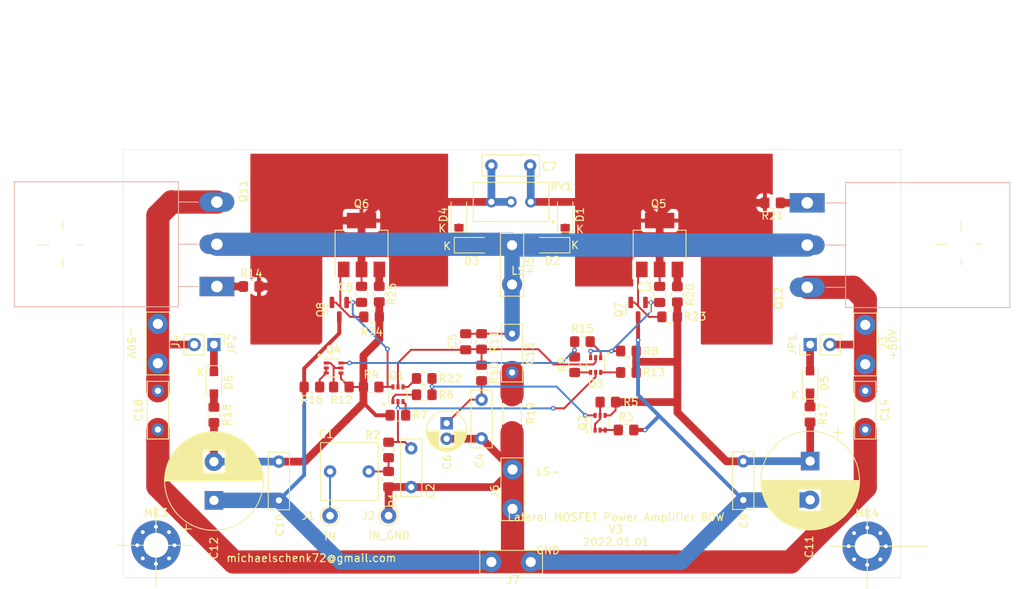
<source format=kicad_pcb>
(kicad_pcb (version 20211014) (generator pcbnew)
  (layers (0 "F.Cu" signal) (31 "B.Cu" signal) (34 "B.Paste" user) (35 "F.Paste" user) (36 "B.SilkS" user "B.Silkscreen") (37 "F.SilkS" user "F.Silkscreen") (38 "B.Mask" user) (39 "F.Mask" user) (44 "Edge.Cuts" user))
  (net 0 "")
  (net 1 "Net-(C1-Pad2)")
  (net 2 "Net-(C1-Pad1)")
  (net 3 "GND")
  (net 4 "Net-(C2-Pad1)")
  (net 5 "Net-(Q4-Pad1)")
  (net 6 "Net-(C4-Pad1)")
  (net 7 "Net-(C3-Pad2)")
  (net 8 "Net-(C13-Pad1)")
  (net 9 "Net-(C3-Pad1)")
  (net 10 "Net-(C7-Pad1)")
  (net 11 "Net-(C11-Pad1)")
  (net 12 "Net-(C10-Pad2)")
  (net 13 "Net-(C13-Pad2)")
  (net 14 "Net-(D1-Pad1)")
  (net 15 "Net-(D3-Pad1)")
  (net 16 "Net-(D5-Pad1)")
  (net 17 "Net-(D6-Pad2)")
  (net 18 "Net-(D6-Pad1)")
  (net 19 "Net-(Q11-Pad1)")
  (net 20 "Net-(C14-Pad1)")
  (net 21 "Net-(Q1-Pad1)")
  (net 22 "Net-(C5-Pad2)")
  (net 23 "Net-(Q5-Pad3)")
  (net 24 "Net-(Q2-Pad2)")
  (net 25 "Net-(Q2-Pad1)")
  (net 26 "Net-(C8-Pad2)")
  (net 27 "Net-(C18-Pad2)")
  (net 28 "Net-(Q1-Pad4)")
  (net 29 "Net-(D5-Pad2)")
  (net 30 "Net-(Q3-Pad1)")
  (net 31 "Net-(Q3-Pad4)")
  (net 32 "Net-(Q3-Pad6)")
  (net 33 "Net-(Q4-Pad2)")
  (net 34 "Net-(Q4-Pad6)")
  (net 35 "Net-(Q5-Pad1)")
  (net 36 "Net-(Q6-Pad1)")
  (net 37 "Net-(Q6-Pad3)")
  (net 38 "Net-(Q12-Pad1)")
  (net 39 "Net-(Q1-Pad3)")
  (net 40 "Net-(Q2-Pad6)")
  (footprint "Resistor_SMD:R_0805_2012Metric_Pad1.20x1.40mm_HandSolder" (layer "F.Cu") (at 180.721 63.23 90)
    (fp_text reference "R20")
    (fp_text value "39R")
  )
  (footprint "Capacitor_THT:C_Rect_L7.2mm_W7.2mm_P5.00mm_FKS2_FKP2_MKS2_MKP2" (layer "F.Cu") (at 140.89 86.106 180)
    (fp_text reference "C1")
    (fp_text value "3.3uF")
  )
  (footprint "Capacitor_THT:C_Rect_L7.2mm_W2.5mm_P5.00mm_FKS2_FKP2_MKS2_MKP2" (layer "F.Cu") (at 146.3675 83.1215 -90)
    (fp_text reference "C2")
    (fp_text value "1n")
  )
  (footprint "Capacitor_THT:CP_Radial_D5.0mm_P2.00mm" (layer "F.Cu") (at 150.9395 79.883 -90)
    (fp_text reference "C4")
    (fp_text value "47u/16V")
  )
  (footprint "Capacitor_SMD:C_0805_2012Metric_Pad1.18x1.45mm_HandSolder" (layer "F.Cu") (at 153.4 69.3625 -90)
    (fp_text reference "C5")
    (fp_text value "10p")
  )
  (footprint "Capacitor_THT:C_Rect_L7.2mm_W2.5mm_P5.00mm_FKS2_FKP2_MKS2_MKP2" (layer "F.Cu") (at 155.448 76.835 -90)
    (fp_text reference "C6")
    (fp_text value "100n")
  )
  (footprint "Capacitor_THT:C_Rect_L7.2mm_W2.5mm_P5.00mm_FKS2_FKP2_MKS2_MKP2" (layer "F.Cu") (at 189.23 84.789 -90)
    (fp_text reference "C9")
    (fp_text value "100n")
  )
  (footprint "Capacitor_THT:CP_Radial_D12.5mm_P5.00mm" (layer "F.Cu") (at 197.866 84.7725 -90)
    (fp_text reference "C11")
    (fp_text value "220u/100V")
  )
  (footprint "Capacitor_THT:C_Rect_L7.2mm_W2.5mm_P5.00mm_FKS2_FKP2_MKS2_MKP2" (layer "F.Cu") (at 159.385 68.326 -90)
    (fp_text reference "C13")
    (fp_text value "22n")
  )
  (footprint "Diode_SMD:D_SOD-123" (layer "F.Cu") (at 166.243 52.958 90)
    (fp_text reference "D1")
    (fp_text value "1N914")
  )
  (footprint "Diode_SMD:D_SOD-123" (layer "F.Cu") (at 164.592 56.896 180)
    (fp_text reference "D2")
    (fp_text value "12V/0.5W")
  )
  (footprint "Diode_SMD:D_SOD-123" (layer "F.Cu") (at 154.178 56.896)
    (fp_text reference "D3")
    (fp_text value "1N914")
  )
  (footprint "Diode_SMD:D_SOD-123" (layer "F.Cu") (at 152.527 52.958 90)
    (fp_text reference "D4")
    (fp_text value "12V/0.5W")
  )
  (footprint "Diode_SMD:D_SOD-123F" (layer "F.Cu") (at 197.85 74.55 90)
    (fp_text reference "D5")
    (fp_text value "SM4002PL-TP")
  )
  (footprint "Connector_Pin:Pin_D1.0mm_L10.0mm" (layer "F.Cu") (at 135.89 91.821)
    (fp_text reference "J1")
    (fp_text value "Conn_01x01")
  )
  (footprint "Connector_Pin:Pin_D1.0mm_L10.0mm" (layer "F.Cu") (at 143.4465 91.821)
    (fp_text reference "J2")
    (fp_text value "Conn_01x01")
  )
  (footprint "kicad-snk:TE-726386-2_Pitch5.08mm_Drill1.3mm" (layer "F.Cu") (at 204.978 72.263 90)
    (fp_text reference "J3")
    (fp_text value "+50V")
  )
  (footprint "kicad-snk:TE-726386-2_Pitch5.08mm_Drill1.3mm" (layer "F.Cu") (at 159.385 61.976 90)
    (fp_text reference "J5")
    (fp_text value "LS+")
  )
  (footprint "kicad-snk:TE-726386-2_Pitch5.08mm_Drill1.3mm" (layer "F.Cu") (at 159.4485 85.852 -90)
    (fp_text reference "J6")
    (fp_text value "LS-")
  )
  (footprint "kicad-snk:TE-726386-2_Pitch5.08mm_Drill1.3mm" (layer "F.Cu") (at 156.718 97.79)
    (fp_text reference "J7")
    (fp_text value "GND")
  )
  (footprint "MountingHole:MountingHole_3.2mm_M3_Pad_Via" (layer "F.Cu") (at 113.411 95.631)
    (fp_text reference "MK3")
    (fp_text value "Mounting_Hole_PAD")
  )
  (footprint "MountingHole:MountingHole_3.2mm_M3_Pad_Via" (layer "F.Cu") (at 205.232 95.758)
    (fp_text reference "MK4")
    (fp_text value "Mounting_Hole_PAD")
  )
  (footprint "Resistor_SMD:R_0805_2012Metric_Pad1.20x1.40mm_HandSolder" (layer "F.Cu") (at 143.4465 87.106 -90)
    (fp_text reference "R1")
    (fp_text value "33k")
  )
  (footprint "Resistor_SMD:R_0805_2012Metric_Pad1.20x1.40mm_HandSolder" (layer "F.Cu") (at 143.4465 83.328 -90)
    (fp_text reference "R2")
    (fp_text value "1k")
  )
  (footprint "Resistor_SMD:R_0805_2012Metric_Pad1.20x1.40mm_HandSolder" (layer "F.Cu") (at 174.1 80.75)
    (fp_text reference "R3")
    (fp_text value "22k")
  )
  (footprint "Resistor_SMD:R_0805_2012Metric_Pad1.20x1.40mm_HandSolder" (layer "F.Cu") (at 171.75 77.15 180)
    (fp_text reference "R5")
    (fp_text value "220R")
  )
  (footprint "Resistor_SMD:R_0805_2012Metric_Pad1.20x1.40mm_HandSolder" (layer "F.Cu") (at 148.05 76.2 180)
    (fp_text reference "R6")
    (fp_text value "100R")
  )
  (footprint "Resistor_SMD:R_0805_2012Metric_Pad1.20x1.40mm_HandSolder" (layer "F.Cu") (at 155.448 73.39 -90)
    (fp_text reference "R10")
    (fp_text value "1k")
  )
  (footprint "Resistor_SMD:R_0805_2012Metric_Pad1.20x1.40mm_HandSolder" (layer "F.Cu") (at 155.448 69.326 -90)
    (fp_text reference "R11")
    (fp_text value "33k")
  )
  (footprint "Resistor_SMD:R_0805_2012Metric_Pad1.20x1.40mm_HandSolder" (layer "F.Cu") (at 125.714 62.23)
    (fp_text reference "R14")
    (fp_text value "220R")
  )
  (footprint "Resistor_SMD:R_0805_2012Metric_Pad1.20x1.40mm_HandSolder" (layer "F.Cu") (at 197.85 78.75 90)
    (fp_text reference "R17")
    (fp_text value "100R")
  )
  (footprint "Resistor_SMD:R_MELF_MMB-0207" (layer "F.Cu") (at 159.385 78.65 -90)
    (fp_text reference "R19")
    (fp_text value "6.8R/1W")
  )
  (footprint "Resistor_SMD:R_0805_2012Metric_Pad1.20x1.40mm_HandSolder" (layer "F.Cu") (at 193.024 51.435 180)
    (fp_text reference "R21")
    (fp_text value "220R")
  )
  (footprint "Capacitor_THT:C_Rect_L7.2mm_W2.5mm_P5.00mm_FKS2_FKP2_MKS2_MKP2" (layer "F.Cu") (at 204.978 75.692 -90)
    (fp_text reference "C14")
    (fp_text value "100n")
  )
  (footprint "Resistor_SMD:R_0805_2012Metric_Pad1.20x1.40mm_HandSolder" (layer "F.Cu") (at 120.9 78.8 -90)
    (fp_text reference "R18")
    (fp_text value "100R")
  )
  (footprint "Capacitor_THT:C_Rect_L7.2mm_W2.5mm_P5.00mm_FKS2_FKP2_MKS2_MKP2" (layer "F.Cu") (at 129.286 89.836 90)
    (fp_text reference "C10")
    (fp_text value "100n")
  )
  (footprint "Capacitor_THT:CP_Radial_D12.5mm_P5.00mm" (layer "F.Cu") (at 120.904 89.836 90)
    (fp_text reference "C12")
    (fp_text value "220u/100V")
  )
  (footprint "Resistor_SMD:R_0805_2012Metric_Pad1.20x1.40mm_HandSolder" (layer "F.Cu") (at 144.65 78.85 180)
    (fp_text reference "R7")
    (fp_text value "1k2")
  )
  (footprint "Resistor_SMD:R_0805_2012Metric_Pad1.20x1.40mm_HandSolder" (layer "F.Cu") (at 141.2 75.2 180)
    (fp_text reference "R4")
    (fp_text value "1k2")
  )
  (footprint "Package_TO_SOT_SMD:SOT-223-3_TabPin2" (layer "F.Cu") (at 178.435 56.871 90)
    (fp_text reference "Q5")
    (fp_text value "DZT5401")
  )
  (footprint "Package_TO_SOT_SMD:SOT-223-3_TabPin2" (layer "F.Cu") (at 139.954 56.871 90)
    (fp_text reference "Q6")
    (fp_text value "DZT5551")
  )
  (footprint "Package_TO_SOT_SMD:SOT-363_SC-70-6" (layer "F.Cu") (at 144.6555 76.134 90)
    (fp_text reference "Q1")
    (fp_text value "BCM856BS,115")
  )
  (footprint "Package_TO_SOT_SMD:SOT-363_SC-70-6" (layer "F.Cu") (at 170.7515 79.8195 90)
    (fp_text reference "Q2")
    (fp_text value "BCM856BS,115")
  )
  (footprint "kicad-snk:TE-726386-2_Pitch5.08mm_Drill1.3mm" (layer "F.Cu") (at 113.665 72.136 90)
    (fp_text reference "J4")
    (fp_text value "-50V")
  )
  (footprint "Capacitor_THT:C_Rect_L7.2mm_W2.5mm_P5.00mm_FKS2_FKP2_MKS2_MKP2" (layer "F.Cu") (at 113.665 80.692 90)
    (fp_text reference "C18")
    (fp_text value "100n")
  )
  (footprint "Diode_SMD:D_SOD-123F" (layer "F.Cu") (at 120.9 74.65 -90)
    (fp_text reference "D6")
    (fp_text value "SM4002PL-TP")
  )
  (footprint "Capacitor_THT:C_Rect_L7.2mm_W2.5mm_P5.00mm_FKS2_FKP2_MKS2_MKP2" (layer "F.Cu") (at 156.718 46.609)
    (fp_text reference "C7")
    (fp_text value "100n")
  )
  (footprint "Potentiometer_THT:Potentiometer_Bourns_3296W_Vertical" (layer "F.Cu") (at 161.798 51.308)
    (fp_text reference "RV1")
    (fp_text value "500R")
  )
  (footprint "Resistor_SMD:R_0805_2012Metric_Pad1.20x1.40mm_HandSolder" (layer "F.Cu") (at 137.35 75.2 180)
    (fp_text reference "R12")
    (fp_text value "220R")
  )
  (footprint "Resistor_SMD:R_0805_2012Metric_Pad1.20x1.40mm_HandSolder" (layer "F.Cu") (at 167.4622 72.3298 -90)
    (fp_text reference "R9")
    (fp_text value "100R")
  )
  (footprint "Package_TO_SOT_SMD:SOT-363_SC-70-6" (layer "F.Cu") (at 170.1742 72.3646 -90)
    (fp_text reference "Q3")
    (fp_text value "BCM846BS,115")
  )
  (footprint "Resistor_SMD:R_0805_2012Metric_Pad1.20x1.40mm_HandSolder" (layer "F.Cu") (at 148.05 74.1 180)
    (fp_text reference "R22")
    (fp_text value "100R")
  )
  (footprint "Connector_PinHeader_2.54mm:PinHeader_1x02_P2.54mm_Vertical" (layer "F.Cu") (at 120.904 69.723 -90)
    (fp_text reference "JP2")
    (fp_text value "Jump")
  )
  (footprint "Resistor_SMD:R_0805_2012Metric_Pad1.20x1.40mm_HandSolder" (layer "F.Cu") (at 168.4688 69.342)
    (fp_text reference "R15")
    (fp_text value "100R")
  )
  (footprint "Resistor_SMD:R_0805_2012Metric_Pad1.20x1.40mm_HandSolder" (layer "F.Cu") (at 141.25 66.15)
    (fp_text reference "R24")
    (fp_text value "1k")
  )
  (footprint "Package_TO_SOT_SMD:SOT-23" (layer "F.Cu") (at 175.6562 65.2249 -90)
    (fp_text reference "Q7")
    (fp_text value "BC856B")
  )
  (footprint "Resistor_SMD:R_0805_2012Metric_Pad1.20x1.40mm_HandSolder" (layer "F.Cu") (at 142.24 63.2046 -90)
    (fp_text reference "R25")
    (fp_text value "39R")
  )
  (footprint "Connector_PinHeader_2.54mm:PinHeader_1x02_P2.54mm_Vertical" (layer "F.Cu") (at 197.866 69.723 90)
    (fp_text reference "JP1")
    (fp_text value "Jump")
  )
  (footprint "Capacitor_SMD:C_0805_2012Metric_Pad1.18x1.45mm_HandSolder" (layer "F.Cu") (at 139.954 63.2421 -90)
    (fp_text reference "C8")
    (fp_text value "18p")
  )
  (footprint "Package_TO_SOT_SMD:SOT-363_SC-70-6" (layer "F.Cu") (at 136.35 72.75)
    (fp_text reference "Q4")
    (fp_text value "BCM846BS,115")
  )
  (footprint "Package_TO_SOT_SMD:SOT-23" (layer "F.Cu") (at 137.0838 65.2272 -90)
    (fp_text reference "Q8")
    (fp_text value "BC846B")
  )
  (footprint "Resistor_SMD:R_0805_2012Metric_Pad1.20x1.40mm_HandSolder" (layer "F.Cu") (at 174.4058 73.3298)
    (fp_text reference "R13")
    (fp_text value "1k2")
  )
  (footprint "Resistor_SMD:R_0805_2012Metric_Pad1.20x1.40mm_HandSolder" (layer "F.Cu") (at 174.4058 70.5612)
    (fp_text reference "R8")
    (fp_text value "1k2")
  )
  (footprint "Resistor_SMD:R_0805_2012Metric_Pad1.20x1.40mm_HandSolder" (layer "F.Cu") (at 133.55 75.2 180)
    (fp_text reference "R16")
    (fp_text value "22k")
  )
  (footprint "Capacitor_SMD:C_0805_2012Metric_Pad1.18x1.45mm_HandSolder" (layer "F.Cu") (at 178.435 63.2499 -90)
    (fp_text reference "C3")
    (fp_text value "18p")
  )
  (footprint "Resistor_SMD:R_0805_2012Metric_Pad1.20x1.40mm_HandSolder" (layer "F.Cu") (at 179.725 66.15 180)
    (fp_text reference "R23")
    (fp_text value "1k")
  )
  (footprint "Package_TO_SOT_THT:TO-247-3_Horizontal_TabUp" (layer "B.Cu") (at 121.285 62.23 90)
    (fp_text reference "Q11")
    (fp_text value "ECX10P20")
  )
  (footprint "Package_TO_SOT_THT:TO-247-3_Horizontal_TabUp" (layer "B.Cu") (at 197.485 51.435 -90)
    (fp_text reference "Q12")
    (fp_text value "ECX10N20")
  )
  (gr_line (start 98.1075 56.896) (end 104.0765 56.896) (layer "F.SilkS") (width 0.12))
  (gr_line (start 101.4095 53.9115) (end 101.4095 59.6265) (layer "F.SilkS") (width 0.12))
  (gr_line (start 213.106 95.758) (end 200.533 95.758) (layer "F.SilkS") (width 0.12))
  (gr_line (start 117.983 95.631) (end 108.331 95.631) (layer "F.SilkS") (width 0.12))
  (gr_line (start 205.232 101.219) (end 205.232 90.551) (layer "F.SilkS") (width 0.12))
  (gr_line (start 217.3605 53.7845) (end 217.3605 59.4995) (layer "F.SilkS") (width 0.12))
  (gr_line (start 214.0585 56.769) (end 220.0275 56.769) (layer "F.SilkS") (width 0.12))
  (gr_line (start 113.411 90.551) (end 113.411 100.838) (layer "F.SilkS") (width 0.12))
  (gr_line (start 113.411 100.838) (end 113.538 100.711) (layer "F.SilkS") (width 0.12))
  (gr_line (start 109.22 99.822) (end 209.55 99.822) (layer "Edge.Cuts") (width 0.05))
  (gr_line (start 109.22 44.577) (end 109.22 99.822) (layer "Edge.Cuts") (width 0.05))
  (gr_line (start 209.55 44.577) (end 209.55 99.822) (layer "Edge.Cuts") (width 0.05))
  (gr_line (start 109.22 44.577) (end 209.55 44.577) (layer "Edge.Cuts") (width 0.05))
  (gr_text "GND" (at 164.0205 96.266) (layer "F.SilkS") (effects (font (size 1 1))))
  (gr_text "-50V" (at 110.236 69.469 -90) (layer "F.SilkS") (effects (font (size 1 1))))
  (gr_text "°" (at 164.7 54.3) (layer "F.SilkS") (effects (font (size 1 1))))
  (gr_text "°" (at 169.037 81.407) (layer "F.SilkS") (effects (font (size 1 1))))
  (gr_text "°" (at 142.9 77.85) (layer "F.SilkS") (effects (font (size 1 1))))
  (gr_text "IN" (at 135.89 94.488) (layer "F.SilkS") (effects (font (size 1 1))))
  (gr_text "LS+" (at 160.782 60.198) (layer "F.SilkS") (effects (font (size 1 1))))
  (gr_text "K" (at 119.2 73.3) (layer "F.SilkS") (effects (font (size 1 1))))
  (gr_text "+50V" (at 208.534 69.723 90) (layer "F.SilkS") (effects (font (size 1 1))))
  (gr_text "IN_GND" (at 143.51 94.361) (layer "F.SilkS") (effects (font (size 1 1))))
  (gr_text "°" (at 171.8 71.3) (layer "F.SilkS") (effects (font (size 1 1))))
  (gr_text "K" (at 167.513 56.896) (layer "F.SilkS") (effects (font (size 1 1))))
  (gr_text "°" (at 134.5 71.5) (layer "F.SilkS") (effects (font (size 1 1))))
  (gr_text "michaelschenk72@gmail.com" (at 133.477 97.282) (layer "F.SilkS") (effects (font (size 1 1))))
  (gr_text "K" (at 195.9 76.25) (layer "F.SilkS") (effects (font (size 1 1))))
  (gr_text "K" (at 151.003 57.023) (layer "F.SilkS") (effects (font (size 1 1))))
  (gr_text "Lateral MOSFET Power Amplifier 80W\nV3\n2022.01.01" (at 172.8 93.6) (layer "F.SilkS") (effects (font (size 1 1))))
  (gr_text "K" (at 168.148 54.864) (layer "F.SilkS") (effects (font (size 1 1))))
  (gr_text "K" (at 150.368 54.737) (layer "F.SilkS") (effects (font (size 1 1))))
  (gr_text "LS-" (at 164.0205 86.106) (layer "F.SilkS") (effects (font (size 1 1))))
  (segment (start 135.89 91.821) (end 135.89 86.106) (width 0.25) (layer "B.Cu") (net 1))
  (segment (start 140.89 86.106) (end 143.4465 86.106) (width 0.25) (layer "F.Cu") (net 2))
  (segment (start 143.4465 86.106) (end 143.4465 84.328) (width 0.25) (layer "F.Cu") (net 2))
  (segment (start 137.0838 68.2662) (end 137.0838 66.1647) (width 0.5) (layer "F.Cu") (net 3))
  (segment (start 159.4485 85.852) (end 159.4485 85.8355) (width 1) (layer "F.Cu") (net 3))
  (segment (start 150.9395 81.883) (end 155.4 81.883) (width 1) (layer "F.Cu") (net 3))
  (segment (start 146.352 88.106) (end 146.3675 88.1215) (width 1) (layer "F.Cu") (net 3))
  (segment (start 204.978 88.138) (end 204.978 80.692) (width 3) (layer "F.Cu") (net 3))
  (segment (start 195.326 97.79) (end 204.978 88.138) (width 3) (layer "F.Cu") (net 3))
  (segment (start 159.4485 90.932) (end 159.4485 85.852) (width 3) (layer "F.Cu") (net 3))
  (segment (start 159.893 97.79) (end 161.798 97.79) (width 3) (layer "F.Cu") (net 3))
  (segment (start 176.55 80.75) (end 175.1 80.75) (width 0.5) (layer "F.Cu") (net 3))
  (segment (start 143.4465 88.106) (end 146.352 88.106) (width 1) (layer "F.Cu") (net 3))
  (segment (start 161.798 97.79) (end 195.326 97.79) (width 3) (layer "F.Cu") (net 3))
  (segment (start 159.4485 85.8355) (end 155.448 81.835) (width 1) (layer "F.Cu") (net 3))
  (segment (start 123.444 97.79) (end 113.665 88.011) (width 3) (layer "F.Cu") (net 3))
  (segment (start 156.718 97.79) (end 159.893 97.79) (width 3) (layer "F.Cu") (net 3))
  (segment (start 156.718 97.79) (end 123.444 97.79) (width 3) (layer "F.Cu") (net 3))
  (segment (start 132.55 76.9) (end 132.55 75.2) (width 0.5) (layer "F.Cu") (net 3))
  (segment (start 157.179 88.1215) (end 159.4485 85.852) (width 1) (layer "F.Cu") (net 3))
  (segment (start 132.55 72.8) (end 137.0838 68.2662) (width 0.5) (layer "F.Cu") (net 3))
  (segment (start 175.65 66.1686) (end 175.6562 66.1624) (width 0.5) (layer "F.Cu") (net 3))
  (segment (start 132.55 75.2) (end 132.55 72.8) (width 0.5) (layer "F.Cu") (net 3))
  (segment (start 159.385 81.1) (end 159.385 85.7885) (width 3) (layer "F.Cu") (net 3))
  (segment (start 113.665 88.011) (end 113.665 80.692) (width 3) (layer "F.Cu") (net 3))
  (segment (start 155.4 81.883) (end 155.448 81.835) (width 1) (layer "F.Cu") (net 3))
  (segment (start 175.65 69.15) (end 175.65 66.1686) (width 0.5) (layer "F.Cu") (net 3))
  (segment (start 143.4465 91.821) (end 143.4465 88.106) (width 1) (layer "F.Cu") (net 3))
  (segment (start 159.4485 90.932) (end 159.4485 97.3455) (width 3) (layer "F.Cu") (net 3))
  (segment (start 159.4485 97.3455) (end 159.893 97.79) (width 3) (layer "F.Cu") (net 3))
  (segment (start 146.3675 88.1215) (end 157.179 88.1215) (width 1) (layer "F.Cu") (net 3))
  (segment (start 159.385 85.7885) (end 159.4485 85.852) (width 3) (layer "F.Cu") (net 3))
  (via (at 175.65 69.15) (size 0.6) (drill 0.3) (layers "F.Cu" "B.Cu") (net 3))
  (via (at 132.55 76.9) (size 0.6) (drill 0.3) (layers "F.Cu" "B.Cu") (net 3))
  (via (at 176.55 80.75) (size 0.6) (drill 0.3) (layers "F.Cu" "B.Cu") (net 3))
  (segment (start 132.55 86.572) (end 132.55 76.9) (width 0.5) (layer "B.Cu") (net 3))
  (segment (start 175.65 76.209) (end 175.65 69.15) (width 0.5) (layer "B.Cu") (net 3))
  (segment (start 178.4455 79.0045) (end 178.2955 79.0045) (width 0.5) (layer "B.Cu") (net 3))
  (segment (start 178.2955 79.0045) (end 176.55 80.75) (width 0.5) (layer "B.Cu") (net 3))
  (segment (start 197.8495 89.789) (end 197.866 89.7725) (width 2) (layer "B.Cu") (net 3))
  (segment (start 175.65 76.209) (end 178.4455 79.0045) (width 0.5) (layer "B.Cu") (net 3))
  (segment (start 181.229 97.79) (end 189.23 89.789) (width 2) (layer "B.Cu") (net 3))
  (segment (start 129.286 89.836) (end 132.55 86.572) (width 0.5) (layer "B.Cu") (net 3))
  (segment (start 137.24 97.79) (end 129.286 89.836) (width 2) (layer "B.Cu") (net 3))
  (segment (start 189.23 89.789) (end 197.8495 89.789) (width 2) (layer "B.Cu") (net 3))
  (segment (start 156.718 97.79) (end 137.24 97.79) (width 2) (layer "B.Cu") (net 3))
  (segment (start 129.286 89.836) (end 120.904 89.836) (width 2) (layer "B.Cu") (net 3))
  (segment (start 161.798 97.79) (end 181.229 97.79) (width 2) (layer "B.Cu") (net 3))
  (segment (start 178.4455 79.0045) (end 189.23 89.789) (width 0.5) (layer "B.Cu") (net 3))
  (segment (start 170.1742 73.3146) (end 170.1742 73.8896) (width 0.25) (layer "F.Cu") (net 4))
  (segment (start 146.3675 83.1215) (end 145.546 82.3) (width 0.25) (layer "F.Cu") (net 4))
  (segment (start 143.4745 82.3) (end 143.4465 82.328) (width 0.25) (layer "F.Cu") (net 4))
  (segment (start 144.6555 82.2945) (end 144.65 82.3) (width 0.25) (layer "F.Cu") (net 4))
  (segment (start 144.65 82.3) (end 143.4745 82.3) (width 0.25) (layer "F.Cu") (net 4))
  (segment (start 144.6555 77.084) (end 144.6555 77.9445) (width 0.25) (layer "F.Cu") (net 4))
  (segment (start 166.1138 77.95) (end 164.7 77.95) (width 0.25) (layer "F.Cu") (net 4))
  (segment (start 144.6555 77.9445) (end 144.6555 82.2945) (width 0.25) (layer "F.Cu") (net 4))
  (segment (start 145.546 82.3) (end 144.65 82.3) (width 0.25) (layer "F.Cu") (net 4))
  (segment (start 170.1742 73.8896) (end 166.1138 77.95) (width 0.25) (layer "F.Cu") (net 4))
  (via (at 144.6555 77.9445) (size 0.6) (drill 0.3) (layers "F.Cu" "B.Cu") (net 4))
  (via (at 164.7 77.95) (size 0.6) (drill 0.3) (layers "F.Cu" "B.Cu") (net 4))
  (segment (start 144.6555 77.9445) (end 144.670511 77.959511) (width 0.25) (layer "B.Cu") (net 4))
  (segment (start 144.670511 77.959511) (end 164.690489 77.959511) (width 0.25) (layer "B.Cu") (net 4))
  (segment (start 164.690489 77.959511) (end 164.7 77.95) (width 0.25) (layer "B.Cu") (net 4))
  (segment (start 136.362011 72.537989) (end 135.924022 72.1) (width 0.25) (layer "F.Cu") (net 5))
  (segment (start 136.35 72.55) (end 136.362011 72.537989) (width 0.25) (layer "F.Cu") (net 5))
  (segment (start 135.924022 72.1) (end 135.4 72.1) (width 0.25) (layer "F.Cu") (net 5))
  (segment (start 136.35 75.2) (end 136.35 72.55) (width 0.25) (layer "F.Cu") (net 5))
  (segment (start 137.3 72.75) (end 136.574022 72.75) (width 0.25) (layer "F.Cu") (net 5))
  (segment (start 136.574022 72.75) (end 136.362011 72.537989) (width 0.25) (layer "F.Cu") (net 5))
  (segment (start 155.448 76.835) (end 153.9875 76.835) (width 0.25) (layer "F.Cu") (net 6))
  (segment (start 153.9875 76.835) (end 150.9395 79.883) (width 0.25) (layer "F.Cu") (net 6))
  (segment (start 155.448 76.835) (end 155.448 74.39) (width 0.25) (layer "F.Cu") (net 6))
  (segment (start 172.212 70.5612) (end 173.4058 70.5612) (width 0.25) (layer "F.Cu") (net 7))
  (segment (start 169.5242 70.5658) (end 169.5196 70.5612) (width 0.25) (layer "F.Cu") (net 7))
  (segment (start 169.5242 71.4146) (end 169.5242 70.5658) (width 0.25) (layer "F.Cu") (net 7))
  (segment (start 177.3126 64.2874) (end 176.6062 64.2874) (width 0.25) (layer "F.Cu") (net 7))
  (segment (start 178.435 64.2874) (end 177.3126 64.2874) (width 0.25) (layer "F.Cu") (net 7))
  (via (at 177.3126 64.2874) (size 0.6) (drill 0.3) (layers "F.Cu" "B.Cu") (net 7))
  (via (at 169.5196 70.5612) (size 0.6) (drill 0.3) (layers "F.Cu" "B.Cu") (net 7))
  (via (at 172.212 70.5612) (size 0.6) (drill 0.3) (layers "F.Cu" "B.Cu") (net 7))
  (segment (start 169.5196 70.5612) (end 172.212 70.5612) (width 0.25) (layer "B.Cu") (net 7))
  (segment (start 172.212 70.5612) (end 177.3126 65.4606) (width 0.25) (layer "B.Cu") (net 7))
  (segment (start 177.3126 65.4606) (end 177.3126 64.2874) (width 0.25) (layer "B.Cu") (net 7))
  (segment (start 155.448 68.326) (end 153.401 68.326) (width 0.25) (layer "F.Cu") (net 8))
  (segment (start 162.942 56.896) (end 159.385 56.896) (width 1) (layer "F.Cu") (net 8))
  (segment (start 159.385 68.326) (end 155.448 68.326) (width 0.25) (layer "F.Cu") (net 8))
  (segment (start 155.828 56.896) (end 159.385 56.896) (width 1) (layer "F.Cu") (net 8))
  (segment (start 153.401 68.326) (end 153.4 68.325) (width 0.25) (layer "F.Cu") (net 8))
  (segment (start 159.396 56.885) (end 197.485 56.885) (width 3) (layer "B.Cu") (net 8))
  (segment (start 159.385 56.896) (end 159.396 56.885) (width 3) (layer "B.Cu") (net 8))
  (segment (start 159.385 56.896) (end 159.385 68.326) (width 2) (layer "B.Cu") (net 8))
  (segment (start 159.385 56.896) (end 159.269 56.78) (width 3) (layer "B.Cu") (net 8))
  (segment (start 159.269 56.78) (end 121.285 56.78) (width 3) (layer "B.Cu") (net 8))
  (segment (start 178.435 60.021) (end 178.435 53.721) (width 1) (layer "F.Cu") (net 9))
  (segment (start 178.435 52.959) (end 178.435 53.721) (width 1) (layer "F.Cu") (net 9))
  (segment (start 179.959 51.435) (end 178.435 52.959) (width 1) (layer "F.Cu") (net 9))
  (segment (start 166.243 51.308) (end 176.022 51.308) (width 1) (layer "F.Cu") (net 9))
  (segment (start 192.024 51.435) (end 179.959 51.435) (width 1) (layer "F.Cu") (net 9))
  (segment (start 178.435 62.2124) (end 178.435 60.021) (width 0.25) (layer "F.Cu") (net 9))
  (segment (start 166.243 51.308) (end 161.798 51.308) (width 1) (layer "F.Cu") (net 9))
  (segment (start 176.022 51.308) (end 178.435 53.721) (width 1) (layer "F.Cu") (net 9))
  (segment (start 161.798 51.308) (end 161.798 46.689) (width 1) (layer "B.Cu") (net 9))
  (segment (start 128.27 62.23) (end 126.714 62.23) (width 1) (layer "F.Cu") (net 10))
  (segment (start 139.954 60.021) (end 139.954 53.721) (width 1) (layer "F.Cu") (net 10))
  (segment (start 156.718 51.308) (end 152.527 51.308) (width 1) (layer "F.Cu") (net 10))
  (segment (start 136.779 53.721) (end 128.27 62.23) (width 1) (layer "F.Cu") (net 10))
  (segment (start 139.954 62.2046) (end 139.954 60.021) (width 0.25) (layer "F.Cu") (net 10))
  (segment (start 152.527 51.308) (end 142.367 51.308) (width 1) (layer "F.Cu") (net 10))
  (segment (start 142.367 51.308) (end 139.954 53.721) (width 1) (layer "F.Cu") (net 10))
  (segment (start 139.954 53.721) (end 136.779 53.721) (width 1) (layer "F.Cu") (net 10))
  (segment (start 159.258 51.308) (end 156.718 51.308) (width 1) (layer "B.Cu") (net 10))
  (segment (start 156.718 51.308) (end 156.718 46.609) (width 1) (layer "B.Cu") (net 10))
  (segment (start 180.5 77.15) (end 180.725 76.925) (width 1) (layer "F.Cu") (net 11))
  (segment (start 187.039 84.789) (end 189.23 84.789) (width 1) (layer "F.Cu") (net 11))
  (segment (start 175.4058 71.9442) (end 175.4058 70.5612) (width 1) (layer "F.Cu") (net 11))
  (segment (start 180.725 72.275) (end 180.725 76.925) (width 1) (layer "F.Cu") (net 11))
  (segment (start 172.0805 78.8695) (end 171.4015 78.8695) (width 0.25) (layer "F.Cu") (net 11))
  (segment (start 180.725 64.234) (end 180.721 64.23) (width 1) (layer "F.Cu") (net 11))
  (segment (start 172.75 78.2) (end 172.0805 78.8695) (width 0.25) (layer "F.Cu") (net 11))
  (segment (start 180.725 66.15) (end 180.725 64.234) (width 1) (layer "F.Cu") (net 11))
  (segment (start 180.725 70.425) (end 180.725 72.275) (width 1) (layer "F.Cu") (net 11))
  (segment (start 197.866 84.7725) (end 197.866 79.766) (width 1) (layer "F.Cu") (net 11))
  (segment (start 180.3942 71.9442) (end 180.725 72.275) (width 1) (layer "F.Cu") (net 11))
  (segment (start 180.725 76.925) (end 180.725 78.475) (width 1) (layer "F.Cu") (net 11))
  (segment (start 172.75 77.15) (end 172.75 78.2) (width 0.25) (layer "F.Cu") (net 11))
  (segment (start 180.725 78.475) (end 187.039 84.789) (width 1) (layer "F.Cu") (net 11))
  (segment (start 175.4058 71.9442) (end 180.3942 71.9442) (width 1) (layer "F.Cu") (net 11))
  (segment (start 172.75 77.15) (end 180.5 77.15) (width 1) (layer "F.Cu") (net 11))
  (segment (start 175.4058 73.3298) (end 175.4058 71.9442) (width 1) (layer "F.Cu") (net 11))
  (segment (start 180.725 66.15) (end 180.725 70.425) (width 1) (layer "F.Cu") (net 11))
  (segment (start 189.2465 84.7725) (end 189.23 84.789) (width 1) (layer "B.Cu") (net 11))
  (segment (start 197.866 84.7725) (end 189.2465 84.7725) (width 1) (layer "B.Cu") (net 11))
  (segment (start 137.3 74.15) (end 138.35 75.2) (width 0.25) (layer "F.Cu") (net 12))
  (segment (start 137.3 73.4) (end 137.3 74.15) (width 0.25) (layer "F.Cu") (net 12))
  (segment (start 140.2 75.2) (end 138.35 75.2) (width 0.25) (layer "F.Cu") (net 12))
  (segment (start 132.614 84.836) (end 138.025 79.425) (width 1) (layer "F.Cu") (net 12))
  (segment (start 142.25 69.1) (end 142.25 66.15) (width 1) (layer "F.Cu") (net 12))
  (segment (start 142.25 64.2146) (end 142.24 64.2046) (width 1) (layer "F.Cu") (net 12))
  (segment (start 120.904 84.836) (end 120.904 79.804) (width 1) (layer "F.Cu") (net 12))
  (segment (start 120.904 79.854) (end 120.85 79.8) (width 1) (layer "F.Cu") (net 12))
  (segment (start 141.8 78.85) (end 140.2 77.25) (width 0.5) (layer "F.Cu") (net 12))
  (segment (start 120.904 79.804) (end 120.9 79.8) (width 1) (layer "F.Cu") (net 12))
  (segment (start 140.2 75.2) (end 140.2 71.15) (width 1) (layer "F.Cu") (net 12))
  (segment (start 142.25 66.15) (end 142.25 64.2146) (width 1) (layer "F.Cu") (net 12))
  (segment (start 140.2 77.25) (end 140.2 75.2) (width 1) (layer "F.Cu") (net 12))
  (segment (start 143.65 78.85) (end 141.8 78.85) (width 0.5) (layer "F.Cu") (net 12))
  (segment (start 138.025 79.425) (end 140.2 77.25) (width 1) (layer "F.Cu") (net 12))
  (segment (start 129.286 84.836) (end 132.614 84.836) (width 1) (layer "F.Cu") (net 12))
  (segment (start 140.2 71.15) (end 142.25 69.1) (width 1) (layer "F.Cu") (net 12))
  (segment (start 129.286 84.836) (end 120.904 84.836) (width 1) (layer "B.Cu") (net 12))
  (segment (start 159.385 73.326) (end 159.385 76.2) (width 3) (layer "F.Cu") (net 13))
  (segment (start 166.243 56.895) (end 166.242 56.896) (width 1) (layer "F.Cu") (net 14))
  (segment (start 166.243 54.608) (end 166.243 56.895) (width 1) (layer "F.Cu") (net 14))
  (segment (start 152.528 56.896) (end 152.528 54.609) (width 1) (layer "F.Cu") (net 15))
  (segment (start 152.528 54.609) (end 152.527 54.608) (width 1) (layer "F.Cu") (net 15))
  (segment (start 197.85 77.75) (end 197.85 75.95) (width 1) (layer "F.Cu") (net 16))
  (segment (start 120.9 77.8) (end 120.9 76.05) (width 1) (layer "F.Cu") (net 17))
  (segment (start 120.9 73.25) (end 120.9 69.727) (width 1) (layer "F.Cu") (net 18))
  (segment (start 120.9 69.727) (end 120.904 69.723) (width 1) (layer "F.Cu") (net 18))
  (segment (start 121.285 62.23) (end 124.714 62.23) (width 1) (layer "F.Cu") (net 19))
  (segment (start 204.978 67.183) (end 204.978 63.881) (width 3) (layer "F.Cu") (net 20))
  (segment (start 200.406 69.723) (end 204.978 69.723) (width 1) (layer "F.Cu") (net 20))
  (segment (start 203.432 62.335) (end 197.485 62.335) (width 3) (layer "F.Cu") (net 20))
  (segment (start 204.978 75.692) (end 204.978 72.263) (width 3) (layer "F.Cu") (net 20))
  (segment (start 204.978 72.263) (end 204.978 69.723) (width 3) (layer "F.Cu") (net 20))
  (segment (start 204.978 63.881) (end 203.432 62.335) (width 3) (layer "F.Cu") (net 20))
  (segment (start 204.978 69.723) (end 204.978 67.183) (width 3) (layer "F.Cu") (net 20))
  (segment (start 144.365478 76.2) (end 144.0055 76.559978) (width 0.25) (layer "F.Cu") (net 21))
  (segment (start 147.05 76.2) (end 144.365478 76.2) (width 0.25) (layer "F.Cu") (net 21))
  (segment (start 144.0055 76.559978) (end 144.0055 77.084) (width 0.25) (layer "F.Cu") (net 21))
  (segment (start 162.782 70.326) (end 155.448 70.326) (width 0.25) (layer "F.Cu") (net 22))
  (segment (start 153.474 70.326) (end 153.4 70.4) (width 0.25) (layer "F.Cu") (net 22))
  (segment (start 155.448 72.39) (end 155.448 70.326) (width 0.25) (layer "F.Cu") (net 22))
  (segment (start 170.1742 71.9896) (end 169.8754 72.2884) (width 0.25) (layer "F.Cu") (net 22))
  (segment (start 169.8754 72.2884) (end 164.7444 72.2884) (width 0.25) (layer "F.Cu") (net 22))
  (segment (start 155.448 70.326) (end 153.474 70.326) (width 0.25) (layer "F.Cu") (net 22))
  (segment (start 170.1742 71.4146) (end 170.1742 71.9896) (width 0.25) (layer "F.Cu") (net 22))
  (segment (start 164.7444 72.2884) (end 162.782 70.326) (width 0.25) (layer "F.Cu") (net 22))
  (segment (start 144.6555 75.184) (end 144.6555 72.0945) (width 0.25) (layer "F.Cu") (net 22))
  (segment (start 144.6555 72.0945) (end 146.35 70.4) (width 0.25) (layer "F.Cu") (net 22))
  (segment (start 153.4 70.4) (end 146.35 70.4) (width 0.25) (layer "F.Cu") (net 22))
  (segment (start 180.721 60.035) (end 180.735 60.021) (width 1) (layer "F.Cu") (net 23))
  (segment (start 180.721 62.23) (end 180.721 60.035) (width 1) (layer "F.Cu") (net 23))
  (segment (start 173.1 80.75) (end 171.421 80.75) (width 0.25) (layer "F.Cu") (net 24))
  (segment (start 171.421 80.75) (end 171.4015 80.7695) (width 0.25) (layer "F.Cu") (net 24))
  (segment (start 170.7515 80.7695) (end 171.4015 80.7695) (width 0.25) (layer "F.Cu") (net 24))
  (segment (start 170.7515 77.1515) (end 170.75 77.15) (width 0.25) (layer "F.Cu") (net 25))
  (segment (start 170.7515 79.329502) (end 170.7515 78.8695) (width 0.25) (layer "F.Cu") (net 25))
  (segment (start 170.7515 78.8695) (end 170.7515 77.1515) (width 0.25) (layer "F.Cu") (net 25))
  (segment (start 170.1015 80.7695) (end 170.1015 79.979502) (width 0.25) (layer "F.Cu") (net 25))
  (segment (start 170.1015 79.979502) (end 170.252501 79.828501) (width 0.25) (layer "F.Cu") (net 25))
  (segment (start 170.252501 79.828501) (end 170.7515 79.329502) (width 0.25) (layer "F.Cu") (net 25))
  (segment (start 144.0055 75.184) (end 143.316 75.184) (width 0.25) (layer "F.Cu") (net 26))
  (segment (start 143.316 75.184) (end 143.316 70.316) (width 0.25) (layer "F.Cu") (net 26))
  (segment (start 139.954 64.2796) (end 138.8204 64.2796) (width 0.25) (layer "F.Cu") (net 26))
  (segment (start 143.316 75.184) (end 142.216 75.184) (width 0.25) (layer "F.Cu") (net 26))
  (segment (start 143.316 70.316) (end 143.3 70.3) (width 0.25) (layer "F.Cu") (net 26))
  (segment (start 138.0439 64.2796) (end 138.0338 64.2897) (width 0.25) (layer "F.Cu") (net 26))
  (segment (start 142.216 75.184) (end 142.2 75.2) (width 0.25) (layer "F.Cu") (net 26))
  (segment (start 138.8204 64.2796) (end 138.0439 64.2796) (width 0.25) (layer "F.Cu") (net 26))
  (via (at 143.3 70.3) (size 0.6) (drill 0.3) (layers "F.Cu" "B.Cu") (net 26))
  (via (at 138.8204 64.2796) (size 0.6) (drill 0.3) (layers "F.Cu" "B.Cu") (net 26))
  (segment (start 138.8204 65.8204) (end 138.8204 64.2796) (width 0.25) (layer "B.Cu") (net 26))
  (segment (start 143.3 70.3) (end 138.8204 65.8204) (width 0.25) (layer "B.Cu") (net 26))
  (segment (start 118.364 69.723) (end 114.173 69.723) (width 1) (layer "F.Cu") (net 27))
  (segment (start 113.665 67.056) (end 113.665 53.086) (width 3) (layer "F.Cu") (net 27))
  (segment (start 113.665 53.086) (end 115.443 51.308) (width 3) (layer "F.Cu") (net 27))
  (segment (start 113.665 69.215) (end 113.665 67.056) (width 3) (layer "F.Cu") (net 27))
  (segment (start 113.665 75.692) (end 113.665 72.136) (width 3) (layer "F.Cu") (net 27))
  (segment (start 114.173 69.723) (end 113.665 69.215) (width 1) (layer "F.Cu") (net 27))
  (segment (start 115.465 51.33) (end 121.285 51.33) (width 3) (layer "F.Cu") (net 27))
  (segment (start 115.443 51.308) (end 115.465 51.33) (width 3) (layer "F.Cu") (net 27))
  (segment (start 113.665 72.136) (end 113.665 69.215) (width 3) (layer "F.Cu") (net 27))
  (segment (start 145.3055 75.184) (end 145.966 75.184) (width 0.25) (layer "F.Cu") (net 28))
  (segment (start 145.966 75.184) (end 147.05 74.1) (width 0.25) (layer "F.Cu") (net 28))
  (segment (start 197.85 73.15) (end 197.85 69.739) (width 1) (layer "F.Cu") (net 29))
  (segment (start 197.85 69.739) (end 197.866 69.723) (width 1) (layer "F.Cu") (net 29))
  (segment (start 170.8242 70.6974) (end 169.4688 69.342) (width 0.25) (layer "F.Cu") (net 30))
  (segment (start 170.8242 71.4146) (end 170.8242 70.6974) (width 0.25) (layer "F.Cu") (net 30))
  (segment (start 169.5242 73.3146) (end 167.4774 73.3146) (width 0.25) (layer "F.Cu") (net 31))
  (segment (start 167.4774 73.3146) (end 167.4622 73.3298) (width 0.25) (layer "F.Cu") (net 31))
  (segment (start 173.4058 73.3298) (end 173.3906 73.3146) (width 0.25) (layer "F.Cu") (net 32))
  (segment (start 173.3906 73.3146) (end 170.8242 73.3146) (width 0.25) (layer "F.Cu") (net 32))
  (segment (start 134.55 75.2) (end 134.55 74.25) (width 0.25) (layer "F.Cu") (net 33))
  (segment (start 134.55 74.25) (end 135.4 73.4) (width 0.25) (layer "F.Cu") (net 33))
  (segment (start 135.4 73.4) (end 135.4 72.75) (width 0.25) (layer "F.Cu") (net 33))
  (segment (start 167.45 70.45) (end 167.45 69.3608) (width 0.25) (layer "F.Cu") (net 34))
  (segment (start 167.45 69.3608) (end 167.4688 69.342) (width 0.25) (layer "F.Cu") (net 34))
  (segment (start 167.45 70.45) (end 167.45 71.3176) (width 0.25) (layer "F.Cu") (net 34))
  (segment (start 137.3 72.1) (end 138.4 72.1) (width 0.25) (layer "F.Cu") (net 34))
  (segment (start 167.45 71.3176) (end 167.4622 71.3298) (width 0.25) (layer "F.Cu") (net 34))
  (via (at 138.4 72.1) (size 0.6) (drill 0.3) (layers "F.Cu" "B.Cu") (net 34))
  (via (at 167.45 70.45) (size 0.6) (drill 0.3) (layers "F.Cu" "B.Cu") (net 34))
  (segment (start 165.8 72.1) (end 167.45 70.45) (width 0.25) (layer "B.Cu") (net 34))
  (segment (start 138.4 72.1) (end 165.8 72.1) (width 0.25) (layer "B.Cu") (net 34))
  (segment (start 175.651186 60.504814) (end 176.135 60.021) (width 0.25) (layer "F.Cu") (net 35))
  (segment (start 177.052372 66.15) (end 175.651186 64.748814) (width 0.25) (layer "F.Cu") (net 35))
  (segment (start 175.189772 64.2874) (end 174.7062 64.2874) (width 0.25) (layer "F.Cu") (net 35))
  (segment (start 175.651186 64.748814) (end 175.189772 64.2874) (width 0.25) (layer "F.Cu") (net 35))
  (segment (start 175.651186 64.748814) (end 175.651186 60.504814) (width 0.25) (layer "F.Cu") (net 35))
  (segment (start 178.725 66.15) (end 177.052372 66.15) (width 0.25) (layer "F.Cu") (net 35))
  (segment (start 137.654 60.021) (end 137.217764 60.457236) (width 0.25) (layer "F.Cu") (net 36))
  (segment (start 140.25 66.15) (end 138.485528 66.15) (width 0.25) (layer "F.Cu") (net 36))
  (segment (start 138.485528 66.15) (end 137.217764 64.882236) (width 0.25) (layer "F.Cu") (net 36))
  (segment (start 137.217764 64.882236) (end 136.625228 64.2897) (width 0.25) (layer "F.Cu") (net 36))
  (segment (start 137.217764 60.457236) (end 137.217764 64.882236) (width 0.25) (layer "F.Cu") (net 36))
  (segment (start 136.625228 64.2897) (end 136.1338 64.2897) (width 0.25) (layer "F.Cu") (net 36))
  (segment (start 142.24 60.035) (end 142.254 60.021) (width 1) (layer "F.Cu") (net 37))
  (segment (start 142.24 62.2046) (end 142.24 60.035) (width 1) (layer "F.Cu") (net 37))
  (segment (start 197.485 51.435) (end 194.024 51.435) (width 1) (layer "F.Cu") (net 38))
  (segment (start 145.65 77.4285) (end 145.3055 77.084) (width 0.25) (layer "F.Cu") (net 39))
  (segment (start 145.65 78.85) (end 145.65 77.4285) (width 0.25) (layer "F.Cu") (net 39))
  (segment (start 170.1015 78.8695) (end 168.849 78.8695) (width 0.25) (layer "F.Cu") (net 40))
  (segment (start 149.05 75.15) (end 149.05 74.15) (width 0.25) (layer "F.Cu") (net 40))
  (segment (start 149.05 76.2) (end 149.05 75.15) (width 0.25) (layer "F.Cu") (net 40))
  (segment (start 168.849 78.8695) (end 168.8465 78.867) (width 0.25) (layer "F.Cu") (net 40))
  (via (at 168.8465 78.867) (size 0.6) (drill 0.3) (layers "F.Cu" "B.Cu") (net 40))
  (via (at 149.05 75.15) (size 0.6) (drill 0.3) (layers "F.Cu" "B.Cu") (net 40))
  (segment (start 165.1295 75.15) (end 168.8465 78.867) (width 0.25) (layer "B.Cu") (net 40))
  (segment (start 149.05 75.15) (end 165.1295 75.15) (width 0.25) (layer "B.Cu") (net 40))
  (zone (net 10) (net_name "Net-(C7-Pad1)") (layer "F.Cu") (connect_pads (clearance 0.508)) (min_thickness 0.254) (fill yes (thermal_gap 0.508) (thermal_bridge_width 0.508))
    (polygon (pts (xy 151.13 62.23) (xy 143.51 62.23) (xy 143.51 58.42) (xy 134.89 58.42) (xy 134.89 69.723) (xy 125.603 69.723) (xy 125.603 44.704) (xy 151.13 44.704)))
  )
  (zone (net 9) (net_name "Net-(C3-Pad1)") (layer "F.Cu") (connect_pads (clearance 0.508)) (min_thickness 0.254) (fill yes (thermal_gap 0.508) (thermal_bridge_width 0.508))
    (polygon (pts (xy 167.513 62.23) (xy 175.133 62.23) (xy 175.133 58.42) (xy 183.753 58.42) (xy 183.753 69.723) (xy 193.04 69.723) (xy 193.04 44.704) (xy 167.513 44.704)))
  )
)
</source>
